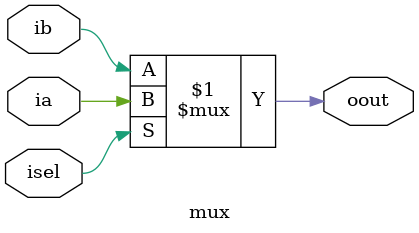
<source format=v>
`timescale 1ns / 1ps

(* DONT_TOUCH = "yes" *)
module mux(
    input ia,
    input ib,
    input isel,
    output oout
    );
    
 assign oout = isel ? ia : ib;

endmodule

</source>
